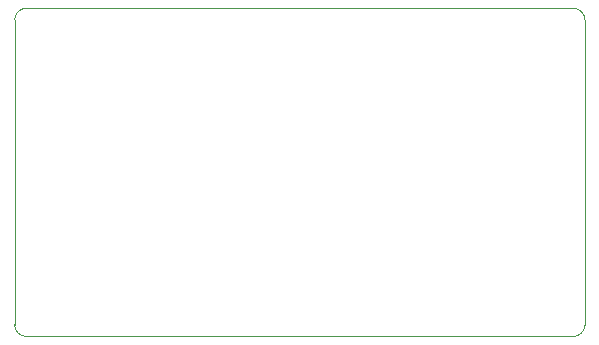
<source format=gbr>
%TF.GenerationSoftware,KiCad,Pcbnew,8.0.7*%
%TF.CreationDate,2024-12-18T22:04:57+01:00*%
%TF.ProjectId,Xplore ERC IMU,58706c6f-7265-4204-9552-4320494d552e,rev?*%
%TF.SameCoordinates,Original*%
%TF.FileFunction,Profile,NP*%
%FSLAX46Y46*%
G04 Gerber Fmt 4.6, Leading zero omitted, Abs format (unit mm)*
G04 Created by KiCad (PCBNEW 8.0.7) date 2024-12-18 22:04:57*
%MOMM*%
%LPD*%
G01*
G04 APERTURE LIST*
%TA.AperFunction,Profile*%
%ADD10C,0.050000*%
%TD*%
G04 APERTURE END LIST*
D10*
X118707107Y-90407107D02*
X165000000Y-90407107D01*
X165000000Y-118200000D02*
X118707107Y-118200000D01*
X117707107Y-91407107D02*
X117707108Y-117200001D01*
X117707107Y-91407107D02*
G75*
G02*
X118707107Y-90407107I999993J7D01*
G01*
X118707107Y-118200000D02*
G75*
G02*
X117707100Y-117200001I-7J1000000D01*
G01*
X165000000Y-90407107D02*
G75*
G02*
X165999993Y-91407106I0J-999993D01*
G01*
X166000000Y-117200000D02*
G75*
G02*
X165000000Y-118200000I-1000000J0D01*
G01*
X166000000Y-117200000D02*
X165999999Y-91407106D01*
M02*

</source>
